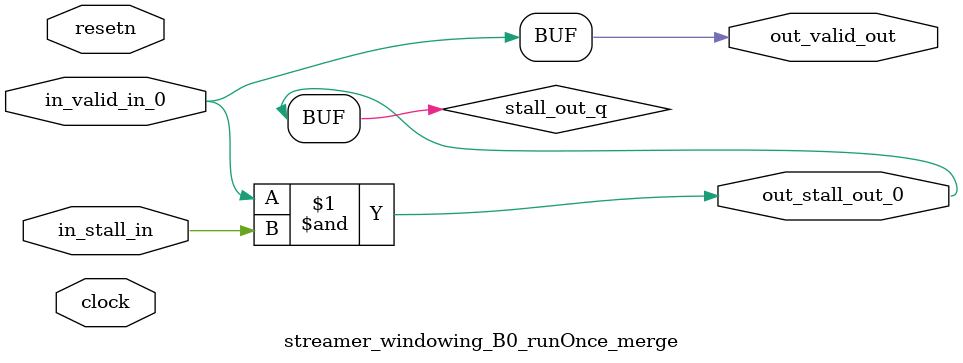
<source format=sv>



(* altera_attribute = "-name AUTO_SHIFT_REGISTER_RECOGNITION OFF; -name MESSAGE_DISABLE 10036; -name MESSAGE_DISABLE 10037; -name MESSAGE_DISABLE 14130; -name MESSAGE_DISABLE 14320; -name MESSAGE_DISABLE 15400; -name MESSAGE_DISABLE 14130; -name MESSAGE_DISABLE 10036; -name MESSAGE_DISABLE 12020; -name MESSAGE_DISABLE 12030; -name MESSAGE_DISABLE 12010; -name MESSAGE_DISABLE 12110; -name MESSAGE_DISABLE 14320; -name MESSAGE_DISABLE 13410; -name MESSAGE_DISABLE 113007; -name MESSAGE_DISABLE 10958" *)
module streamer_windowing_B0_runOnce_merge (
    input wire [0:0] in_stall_in,
    input wire [0:0] in_valid_in_0,
    output wire [0:0] out_stall_out_0,
    output wire [0:0] out_valid_out,
    input wire clock,
    input wire resetn
    );

    wire [0:0] stall_out_q;


    // stall_out(LOGICAL,6)
    assign stall_out_q = in_valid_in_0 & in_stall_in;

    // out_stall_out_0(GPOUT,4)
    assign out_stall_out_0 = stall_out_q;

    // out_valid_out(GPOUT,5)
    assign out_valid_out = in_valid_in_0;

endmodule

</source>
